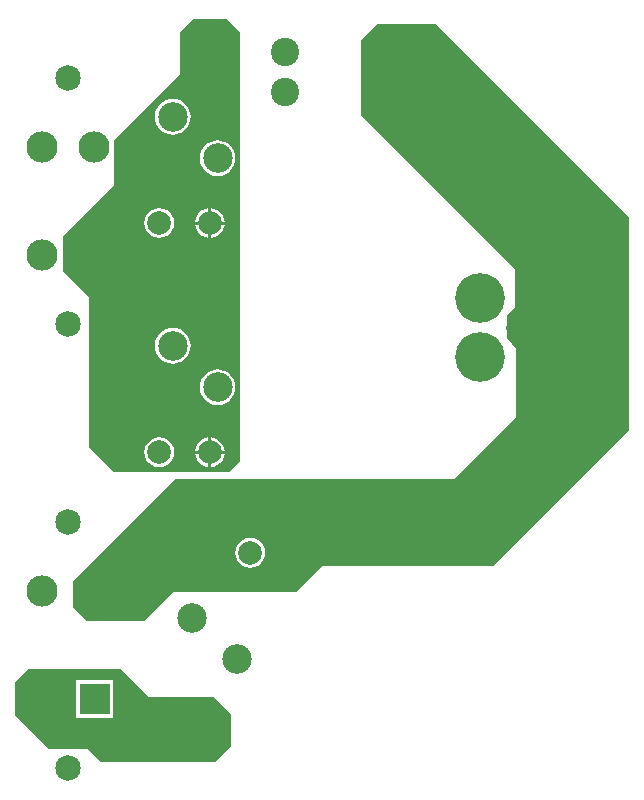
<source format=gbr>
%TF.GenerationSoftware,Altium Limited,Altium Designer,19.1.7 (138)*%
G04 Layer_Physical_Order=1*
G04 Layer_Color=255*
%FSLAX26Y26*%
%MOIN*%
%TF.FileFunction,Copper,L1,Top,Signal*%
%TF.Part,Single*%
G01*
G75*
%TA.AperFunction,Conductor*%
%ADD10C,0.010000*%
%TA.AperFunction,ComponentPad*%
%ADD11C,0.103937*%
%ADD12R,0.103937X0.103937*%
%ADD13C,0.085039*%
%ADD14C,0.098425*%
%ADD15C,0.078740*%
%ADD16C,0.165354*%
%ADD17C,0.094488*%
G36*
X1899606Y1042323D02*
X2116142D01*
X2174213Y984252D01*
Y876968D01*
X2121063Y823819D01*
X1740157D01*
X1695866Y868110D01*
X1568898D01*
X1455709Y981299D01*
Y1090551D01*
X1499016Y1133858D01*
X1808071D01*
X1899606Y1042323D01*
D02*
G37*
G36*
X2204724Y3258858D02*
Y1825787D01*
X2169291Y1790354D01*
X1783465D01*
X1700787Y1873032D01*
Y2373032D01*
X1614173Y2459646D01*
Y2577756D01*
X1783465Y2747047D01*
Y2896654D01*
X2003937Y3117126D01*
Y3258858D01*
X2047244Y3302165D01*
X2161417D01*
X2204724Y3258858D01*
D02*
G37*
G36*
X3500984Y2642716D02*
Y1929134D01*
X3048228Y1476378D01*
X2477362D01*
X2391732Y1390748D01*
X1982283D01*
X1884842Y1293307D01*
X1692913D01*
X1648622Y1337598D01*
Y1423228D01*
X1646653Y1425197D01*
X1697835Y1476378D01*
X1989173Y1767716D01*
X2917323D01*
X3125000Y1975394D01*
Y2206693D01*
X3093504Y2238189D01*
Y2312008D01*
X3122047Y2340551D01*
Y2466535D01*
X2607284Y2981299D01*
Y3232284D01*
X2660433Y3285433D01*
X2858268D01*
X3500984Y2642716D01*
D02*
G37*
%LPC*%
G36*
X1782362Y1096378D02*
X1658425D01*
Y972441D01*
X1782362D01*
Y1096378D01*
D02*
G37*
G36*
X1980315Y3034986D02*
X1968707Y3033843D01*
X1957546Y3030457D01*
X1947259Y3024959D01*
X1938243Y3017560D01*
X1930843Y3008543D01*
X1925345Y2998257D01*
X1921959Y2987095D01*
X1920816Y2975487D01*
X1921959Y2963880D01*
X1925345Y2952718D01*
X1930843Y2942432D01*
X1938243Y2933415D01*
X1947259Y2926016D01*
X1957546Y2920517D01*
X1968707Y2917132D01*
X1980315Y2915988D01*
X1991923Y2917132D01*
X2003084Y2920517D01*
X2013371Y2926016D01*
X2022387Y2933415D01*
X2029787Y2942432D01*
X2035285Y2952718D01*
X2038671Y2963880D01*
X2039814Y2975487D01*
X2038671Y2987095D01*
X2035285Y2998257D01*
X2029787Y3008543D01*
X2022387Y3017560D01*
X2013371Y3024959D01*
X2003084Y3030457D01*
X1991923Y3033843D01*
X1980315Y3034986D01*
D02*
G37*
G36*
X2129921Y2897191D02*
X2118314Y2896048D01*
X2107152Y2892662D01*
X2096865Y2887164D01*
X2087849Y2879764D01*
X2080450Y2870748D01*
X2074951Y2860461D01*
X2071566Y2849300D01*
X2070422Y2837692D01*
X2071566Y2826084D01*
X2074951Y2814923D01*
X2080450Y2804636D01*
X2087849Y2795620D01*
X2096865Y2788220D01*
X2107152Y2782722D01*
X2118314Y2779336D01*
X2129921Y2778193D01*
X2141529Y2779336D01*
X2152691Y2782722D01*
X2162977Y2788220D01*
X2171994Y2795620D01*
X2179393Y2804636D01*
X2184891Y2814923D01*
X2188277Y2826084D01*
X2189420Y2837692D01*
X2188277Y2849300D01*
X2184891Y2860461D01*
X2179393Y2870748D01*
X2171994Y2879764D01*
X2162977Y2887164D01*
X2152691Y2892662D01*
X2141529Y2896048D01*
X2129921Y2897191D01*
D02*
G37*
G36*
X2109331Y2670294D02*
Y2626157D01*
X2153468D01*
X2152430Y2634045D01*
X2147455Y2646055D01*
X2139542Y2656368D01*
X2129229Y2664281D01*
X2117219Y2669256D01*
X2109331Y2670294D01*
D02*
G37*
G36*
X2099331D02*
X2091443Y2669256D01*
X2079433Y2664281D01*
X2069119Y2656368D01*
X2061206Y2646055D01*
X2056231Y2634045D01*
X2055193Y2626157D01*
X2099331D01*
Y2670294D01*
D02*
G37*
G36*
X2153468Y2616157D02*
X2109331D01*
Y2572019D01*
X2117219Y2573057D01*
X2129229Y2578032D01*
X2139542Y2585945D01*
X2147455Y2596259D01*
X2152430Y2608269D01*
X2153468Y2616157D01*
D02*
G37*
G36*
X2099331D02*
X2055193D01*
X2056231Y2608269D01*
X2061206Y2596259D01*
X2069119Y2585945D01*
X2079433Y2578032D01*
X2091443Y2573057D01*
X2099331Y2572019D01*
Y2616157D01*
D02*
G37*
G36*
X1935039Y2670953D02*
X1922151Y2669256D01*
X1910141Y2664281D01*
X1899828Y2656368D01*
X1891915Y2646055D01*
X1886940Y2634045D01*
X1885243Y2621157D01*
X1886940Y2608269D01*
X1891915Y2596259D01*
X1899828Y2585945D01*
X1910141Y2578032D01*
X1922151Y2573057D01*
X1935039Y2571361D01*
X1947928Y2573057D01*
X1959938Y2578032D01*
X1970251Y2585945D01*
X1978164Y2596259D01*
X1983139Y2608269D01*
X1984835Y2621157D01*
X1983139Y2634045D01*
X1978164Y2646055D01*
X1970251Y2656368D01*
X1959938Y2664281D01*
X1947928Y2669256D01*
X1935039Y2670953D01*
D02*
G37*
G36*
X1980315Y2271207D02*
X1968707Y2270064D01*
X1957546Y2266678D01*
X1947259Y2261180D01*
X1938243Y2253780D01*
X1930843Y2244764D01*
X1925345Y2234477D01*
X1921959Y2223316D01*
X1920816Y2211708D01*
X1921959Y2200100D01*
X1925345Y2188939D01*
X1930843Y2178652D01*
X1938243Y2169636D01*
X1947259Y2162236D01*
X1957546Y2156738D01*
X1968707Y2153352D01*
X1980315Y2152209D01*
X1991923Y2153352D01*
X2003084Y2156738D01*
X2013371Y2162236D01*
X2022387Y2169636D01*
X2029787Y2178652D01*
X2035285Y2188939D01*
X2038671Y2200100D01*
X2039814Y2211708D01*
X2038671Y2223316D01*
X2035285Y2234477D01*
X2029787Y2244764D01*
X2022387Y2253780D01*
X2013371Y2261180D01*
X2003084Y2266678D01*
X1991923Y2270064D01*
X1980315Y2271207D01*
D02*
G37*
G36*
X2129921Y2133412D02*
X2118314Y2132268D01*
X2107152Y2128883D01*
X2096865Y2123384D01*
X2087849Y2115985D01*
X2080450Y2106968D01*
X2074951Y2096682D01*
X2071566Y2085520D01*
X2070422Y2073913D01*
X2071566Y2062305D01*
X2074951Y2051143D01*
X2080450Y2040857D01*
X2087849Y2031840D01*
X2096865Y2024441D01*
X2107152Y2018943D01*
X2118314Y2015557D01*
X2129921Y2014414D01*
X2141529Y2015557D01*
X2152691Y2018943D01*
X2162977Y2024441D01*
X2171994Y2031840D01*
X2179393Y2040857D01*
X2184891Y2051143D01*
X2188277Y2062305D01*
X2189420Y2073913D01*
X2188277Y2085520D01*
X2184891Y2096682D01*
X2179393Y2106968D01*
X2171994Y2115985D01*
X2162977Y2123384D01*
X2152691Y2128883D01*
X2141529Y2132268D01*
X2129921Y2133412D01*
D02*
G37*
G36*
X2109331Y1906515D02*
Y1862377D01*
X2153468D01*
X2152430Y1870265D01*
X2147455Y1882275D01*
X2139542Y1892588D01*
X2129229Y1900502D01*
X2117219Y1905476D01*
X2109331Y1906515D01*
D02*
G37*
G36*
X2099331D02*
X2091443Y1905476D01*
X2079433Y1900502D01*
X2069119Y1892588D01*
X2061206Y1882275D01*
X2056231Y1870265D01*
X2055193Y1862377D01*
X2099331D01*
Y1906515D01*
D02*
G37*
G36*
X2153468Y1852377D02*
X2109331D01*
Y1808239D01*
X2117219Y1809278D01*
X2129229Y1814252D01*
X2139542Y1822166D01*
X2147455Y1832479D01*
X2152430Y1844489D01*
X2153468Y1852377D01*
D02*
G37*
G36*
X2099331D02*
X2055193D01*
X2056231Y1844489D01*
X2061206Y1832479D01*
X2069119Y1822166D01*
X2079433Y1814252D01*
X2091443Y1809278D01*
X2099331Y1808239D01*
Y1852377D01*
D02*
G37*
G36*
X1935039Y1907173D02*
X1922151Y1905476D01*
X1910141Y1900502D01*
X1899828Y1892588D01*
X1891915Y1882275D01*
X1886940Y1870265D01*
X1885243Y1857377D01*
X1886940Y1844489D01*
X1891915Y1832479D01*
X1899828Y1822166D01*
X1910141Y1814252D01*
X1922151Y1809278D01*
X1935039Y1807581D01*
X1947928Y1809278D01*
X1959938Y1814252D01*
X1970251Y1822166D01*
X1978164Y1832479D01*
X1983139Y1844489D01*
X1984835Y1857377D01*
X1983139Y1870265D01*
X1978164Y1882275D01*
X1970251Y1892588D01*
X1959938Y1900502D01*
X1947928Y1905476D01*
X1935039Y1907173D01*
D02*
G37*
G36*
X2238189Y1572434D02*
X2225301Y1570737D01*
X2213291Y1565763D01*
X2202978Y1557849D01*
X2195064Y1547536D01*
X2190090Y1535526D01*
X2188393Y1522638D01*
X2190090Y1509750D01*
X2195064Y1497740D01*
X2202978Y1487427D01*
X2213291Y1479513D01*
X2225301Y1474539D01*
X2238189Y1472842D01*
X2251077Y1474539D01*
X2263087Y1479513D01*
X2273400Y1487427D01*
X2281314Y1497740D01*
X2286288Y1509750D01*
X2287985Y1522638D01*
X2286288Y1535526D01*
X2281314Y1547536D01*
X2273400Y1557849D01*
X2263087Y1565763D01*
X2251077Y1570737D01*
X2238189Y1572434D01*
D02*
G37*
G36*
X1718504Y1410648D02*
X1712651Y1409484D01*
X1707689Y1406169D01*
X1704374Y1401207D01*
X1703210Y1395354D01*
X1704374Y1389502D01*
X1707689Y1384540D01*
X1709579Y1382650D01*
X1714541Y1379335D01*
X1720394Y1378171D01*
X1726246Y1379335D01*
X1731208Y1382650D01*
X1734523Y1387612D01*
X1735688Y1393465D01*
X1734523Y1399317D01*
X1731208Y1404279D01*
X1729318Y1406169D01*
X1724357Y1409484D01*
X1718504Y1410648D01*
D02*
G37*
%LPD*%
D10*
Y1395354D02*
X1720394Y1393465D01*
X1718425Y2864095D02*
Y2873165D01*
D11*
X1720394Y1393465D02*
D03*
X1545197D02*
D03*
Y1034409D02*
D03*
X1543228Y2514110D02*
D03*
Y2873165D02*
D03*
X1718425D02*
D03*
D12*
X1720394Y1034409D02*
D03*
X1718425Y2514110D02*
D03*
D13*
X1632874Y1624016D02*
D03*
Y803937D02*
D03*
X1630906Y2283637D02*
D03*
Y3103716D02*
D03*
D14*
X2068898Y932087D02*
D03*
X2043307Y1306102D02*
D03*
X2192913Y1168307D02*
D03*
X1980315Y2211708D02*
D03*
X2129921Y2073913D02*
D03*
X2104331Y2447928D02*
D03*
X1980315Y2975487D02*
D03*
X2129921Y2837692D02*
D03*
X2104331Y3211708D02*
D03*
D15*
X2238189Y1522638D02*
D03*
X2068898D02*
D03*
X2104331Y1857377D02*
D03*
X1935039D02*
D03*
X2104331Y2621157D02*
D03*
X1935039D02*
D03*
D16*
X3005704Y2371063D02*
D03*
X3176181Y2272638D02*
D03*
X3005704Y2174213D02*
D03*
D17*
X2355630Y3190566D02*
D03*
X2746181D02*
D03*
X2355630Y3056708D02*
D03*
X2746181D02*
D03*
%TF.MD5,e60c11c3b81e4a4051dd56629619796e*%
M02*

</source>
